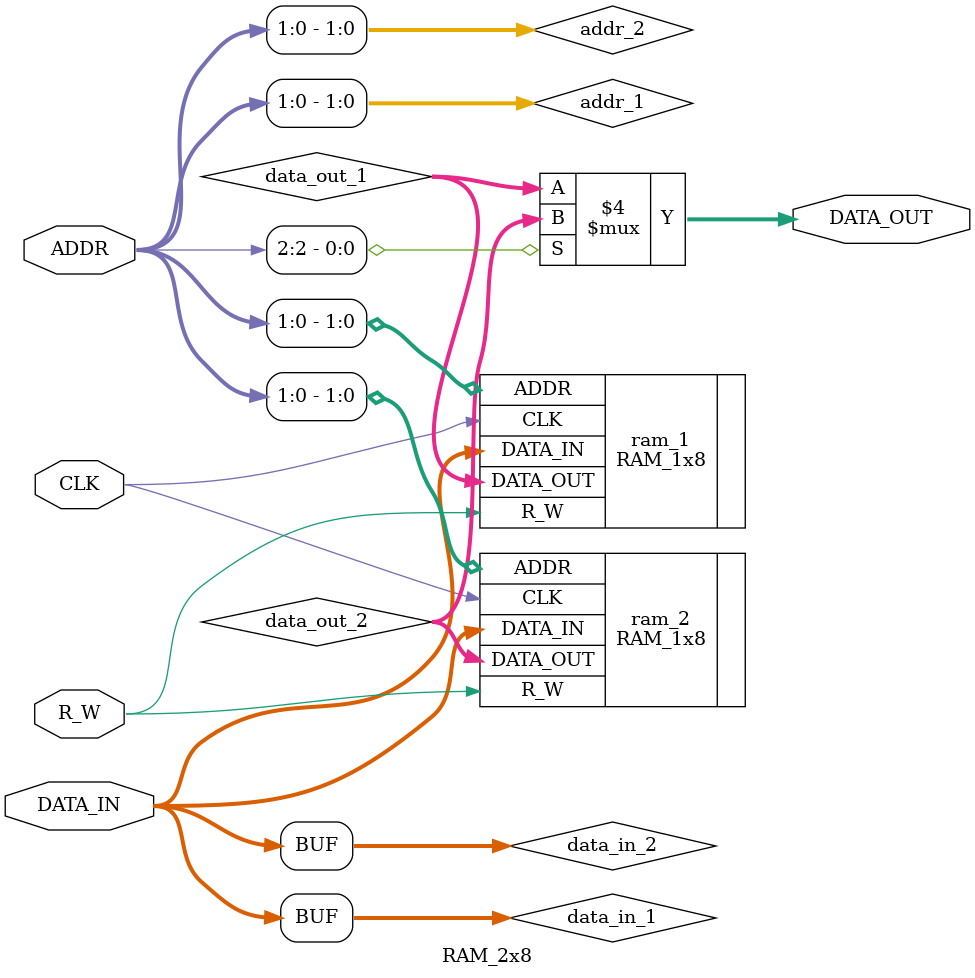
<source format=v>
module RAM_2x8 (
    input wire CLK,
    input wire R_W,
    input wire [2:0] ADDR,
    input wire [7:0] DATA_IN,
    output reg [7:0] DATA_OUT
);

wire [1:0] addr_1, addr_2;
wire [7:0] data_in_1, data_in_2;
wire [7:0] data_out_1, data_out_2;

// Divide o endereço e os dados de entrada em duas partes para as duas memórias RAM 1x8
assign addr_1 = ADDR[1:0];
assign addr_2 = ADDR[1:0];
assign data_in_1 = DATA_IN;
assign data_in_2 = DATA_IN;

// Instancia duas memórias RAM 1x8
RAM_1x8 ram_1 (
    .CLK(CLK),
    .R_W(R_W),
    .ADDR(addr_1),
    .DATA_IN(data_in_1),
    .DATA_OUT(data_out_1)
);

RAM_1x8 ram_2 (
    .CLK(CLK),
    .R_W(R_W),
    .ADDR(addr_2),
    .DATA_IN(data_in_2),
    .DATA_OUT(data_out_2)
);

// Seleciona a saída correta com base no endereço
always @* begin
    if (ADDR[2] == 1'b0) // Se o bit de endereço mais significativo for 0, seleciona a saída da primeira memória
        DATA_OUT = data_out_1;
    else // Senão, seleciona a saída da segunda memória
        DATA_OUT = data_out_2;
end

endmodule

</source>
